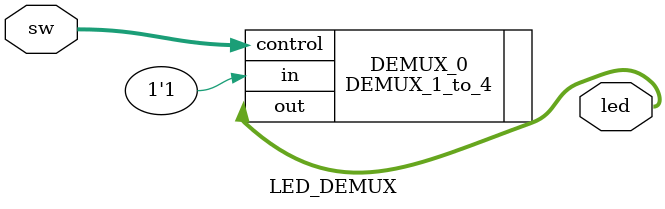
<source format=v>
`timescale 1ns / 1ps


module LED_DEMUX(sw, led); // º¸µå¿¡ ±¸ÇöÇÒ ¸ðµâÀ» »ý¼ºÇÑ´Ù.
    input [1:0] sw; // º¸µåÀÇ switchÀÌ¸ç 2°³ÀÌ¹Ç·Î, constraints¿¡ µû¶ó 2ºñÆ®¸¦ ÇÒ´çÇÑ´Ù.
    output [3:0] led; // º¸µåÀÇ ledÀÌ¸ç 4°³ÀÌ¹Ç·Î, constraints¿¡ µû¶ó 4ºñÆ®¸¦ ÇÒ´çÇÑ´Ù.
    wire [2:0] cont; // wire¸¦ ÅëÇØ º¸µå¿Í ¿¬°áÇÒ cont°ªÀ» ÁöÁ¤ÇÏ°í, ÀÌ °ª¿¡ µû¶ó ´Ù¸¥ led¿¡ ºÒÀÌ ÄÑÁø´Ù. 
    parameter DEMUX_input = 1'b1; // ±âº» DEMUXÀÇ ÀÔ·Â°ªÀÌ¸ç, ÀÌ °ªÀÌ Ãâ·Â°ª¿¡ ÇÒ´çµÈ´Ù.
    wire [3:0] DEMUX_output; // wire¸¦ ÅëÇØ º¸µå¿Í ¿¬°áµÉ Ãâ·Â°ªÀÌ¸ç 4°³ÀÇ led·Î 4ºñÆ®·Î ±¸¼ºµÇ¾î ÀÖ´Ù.
    
    // Module Body
    // ¸ðµâ ÀÎ½ºÅÏ½º¸¦ ÅëÇØ DEMUX_1_to_4ÀÇ ÀÔ·Â°ª°ú Ãâ·Â°ªÀ» LED_DEMUXÀÇ input°ú ouput¿¡ ÀÎ½ºÅÏ½ºÈ­ ÇÑ´Ù.
    DEMUX_1_to_4 DEMUX_0(.in(DEMUX_input), .control(sw), .out(led));
endmodule

</source>
